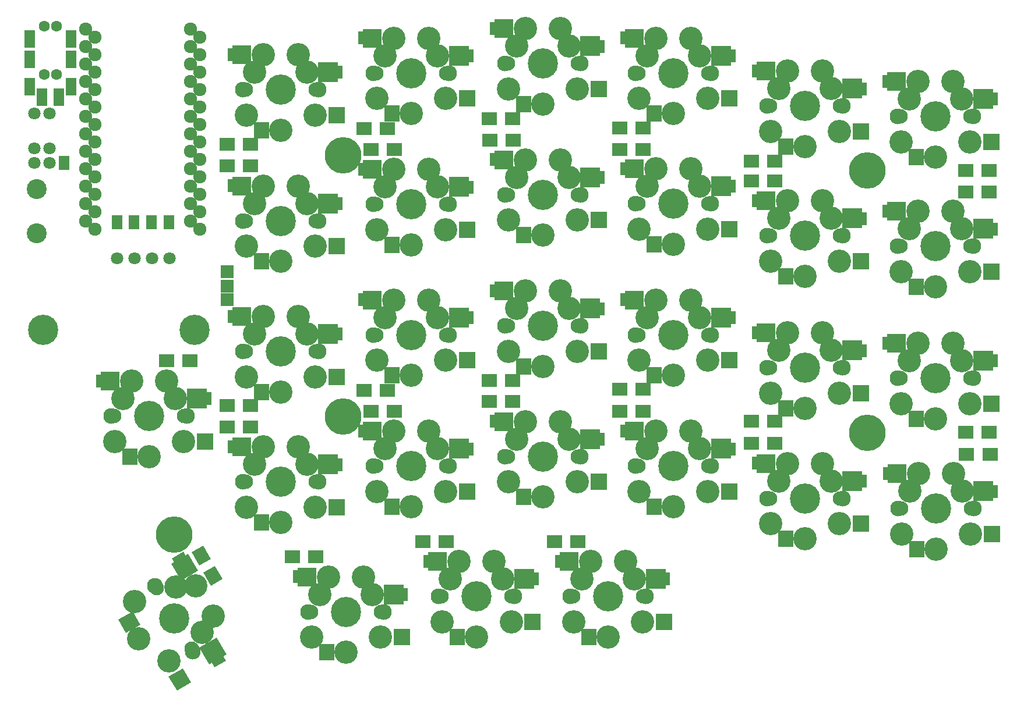
<source format=gts>
G04 #@! TF.GenerationSoftware,KiCad,Pcbnew,5.1.5-52549c5~84~ubuntu18.04.1*
G04 #@! TF.CreationDate,2019-12-02T09:16:55+01:00*
G04 #@! TF.ProjectId,Lily58_Pro,4c696c79-3538-45f5-9072-6f2e6b696361,rev?*
G04 #@! TF.SameCoordinates,Original*
G04 #@! TF.FileFunction,Soldermask,Top*
G04 #@! TF.FilePolarity,Negative*
%FSLAX46Y46*%
G04 Gerber Fmt 4.6, Leading zero omitted, Abs format (unit mm)*
G04 Created by KiCad (PCBNEW 5.1.5-52549c5~84~ubuntu18.04.1) date 2019-12-02 09:16:55*
%MOMM*%
%LPD*%
G04 APERTURE LIST*
%ADD10C,1.600000*%
%ADD11R,1.600000X2.500000*%
%ADD12R,1.924000X1.924000*%
%ADD13C,0.100000*%
%ADD14C,3.400000*%
%ADD15C,0.500000*%
%ADD16C,4.400000*%
%ADD17C,2.300000*%
%ADD18C,2.100000*%
%ADD19R,1.100000X1.900000*%
%ADD20R,2.800000X2.800000*%
%ADD21R,2.900000X2.900000*%
%ADD22R,2.200000X2.400000*%
%ADD23R,2.400000X2.400000*%
%ADD24C,1.924000*%
%ADD25C,5.300000*%
%ADD26C,1.797000*%
%ADD27R,1.543000X1.035000*%
%ADD28C,2.900000*%
%ADD29R,0.781000X0.781000*%
%ADD30R,2.200000X1.900000*%
G04 APERTURE END LIST*
D10*
X86150000Y-47800000D03*
X86150000Y-40800000D03*
D11*
X84050000Y-49600000D03*
X88250000Y-51100000D03*
X84050000Y-42600000D03*
X84050000Y-45600000D03*
D10*
X87900000Y-40800000D03*
X87900000Y-47800000D03*
D11*
X90000000Y-42600000D03*
X90000000Y-45600000D03*
X90000000Y-49600000D03*
X85800000Y-51100000D03*
D12*
X112700000Y-76500000D03*
X112700000Y-78600000D03*
X112700000Y-80600000D03*
D13*
G36*
X104719006Y-118213303D02*
G01*
X106364454Y-117263303D01*
X106914454Y-118215931D01*
X105269006Y-119165931D01*
X104719006Y-118213303D01*
G37*
G36*
X110317340Y-133109902D02*
G01*
X111962788Y-132159902D01*
X112512788Y-133112530D01*
X110867340Y-134062530D01*
X110317340Y-133109902D01*
G37*
D14*
X109104705Y-129029557D03*
D13*
G36*
X108461845Y-120036091D02*
G01*
X106036973Y-121436091D01*
X104636973Y-119011219D01*
X107061845Y-117611219D01*
X108461845Y-120036091D01*
G37*
D14*
X109104705Y-129029557D03*
X108129409Y-122260295D03*
D13*
G36*
X112630442Y-132236312D02*
G01*
X110118968Y-133686312D01*
X108668968Y-131174838D01*
X111180442Y-129724838D01*
X112630442Y-132236312D01*
G37*
D15*
X109146846Y-129022547D03*
D14*
X104295706Y-133180127D03*
D13*
G36*
X100079680Y-127877757D02*
G01*
X98001220Y-129077757D01*
X96901220Y-127172501D01*
X98979680Y-125972501D01*
X100079680Y-127877757D01*
G37*
G36*
X107484936Y-136304036D02*
G01*
X105406476Y-137504036D01*
X104206476Y-135425576D01*
X106284936Y-134225576D01*
X107484936Y-136304036D01*
G37*
D14*
X99295706Y-124519873D03*
X99890450Y-129950000D03*
D15*
X105321846Y-122397453D03*
D14*
X110669409Y-126659705D03*
D16*
X105000000Y-127000000D03*
D17*
X102250000Y-122236860D03*
X107750000Y-131763140D03*
D18*
X107540000Y-131399409D03*
X102460000Y-122600591D03*
D14*
X105294705Y-122430443D03*
D19*
X160900000Y-118650000D03*
X176600000Y-121250000D03*
D14*
X171910000Y-121210000D03*
D20*
X162400000Y-118670000D03*
D14*
X171910000Y-121210000D03*
X165560000Y-118670000D03*
D21*
X175000000Y-121209999D03*
D15*
X171925000Y-121170000D03*
D14*
X173100000Y-127450000D03*
D22*
X165300000Y-129650000D03*
D23*
X176200000Y-127450000D03*
D14*
X163100000Y-127450000D03*
X168100000Y-129650000D03*
D15*
X164275000Y-121170000D03*
D14*
X170640000Y-118670000D03*
D16*
X168100000Y-123750000D03*
D17*
X162600000Y-123750000D03*
X173600000Y-123750000D03*
D18*
X173180000Y-123750000D03*
X163020000Y-123750000D03*
D14*
X164290000Y-121209999D03*
D19*
X141800000Y-118650000D03*
X157500000Y-121250000D03*
D14*
X152810000Y-121210000D03*
D20*
X143300000Y-118670000D03*
D14*
X152810000Y-121210000D03*
X146460000Y-118670000D03*
D21*
X155900000Y-121209999D03*
D15*
X152825000Y-121170000D03*
D14*
X154000000Y-127450000D03*
D22*
X146200000Y-129650000D03*
D23*
X157100000Y-127450000D03*
D14*
X144000000Y-127450000D03*
X149000000Y-129650000D03*
D15*
X145175000Y-121170000D03*
D14*
X151540000Y-118670000D03*
D16*
X149000000Y-123750000D03*
D17*
X143500000Y-123750000D03*
X154500000Y-123750000D03*
D18*
X154080000Y-123750000D03*
X143920000Y-123750000D03*
D14*
X145190000Y-121209999D03*
D19*
X122800000Y-120900000D03*
X138500000Y-123500000D03*
D14*
X133810000Y-123460000D03*
D20*
X124300000Y-120920000D03*
D14*
X133810000Y-123460000D03*
X127460000Y-120920000D03*
D21*
X136900000Y-123459999D03*
D15*
X133825000Y-123420000D03*
D14*
X135000000Y-129700000D03*
D22*
X127200000Y-131900000D03*
D23*
X138100000Y-129700000D03*
D14*
X125000000Y-129700000D03*
X130000000Y-131900000D03*
D15*
X126175000Y-123420000D03*
D14*
X132540000Y-120920000D03*
D16*
X130000000Y-126000000D03*
D17*
X124500000Y-126000000D03*
X135500000Y-126000000D03*
D18*
X135080000Y-126000000D03*
X124920000Y-126000000D03*
D14*
X126190000Y-123459999D03*
D19*
X94200000Y-92400000D03*
X109900000Y-95000000D03*
D14*
X105210000Y-94960000D03*
D20*
X95700000Y-92420000D03*
D14*
X105210000Y-94960000D03*
X98860000Y-92420000D03*
D21*
X108300000Y-94959999D03*
D15*
X105225000Y-94920000D03*
D14*
X106400000Y-101200000D03*
D22*
X98600000Y-103400000D03*
D23*
X109500000Y-101200000D03*
D14*
X96400000Y-101200000D03*
X101400000Y-103400000D03*
D15*
X97575000Y-94920000D03*
D14*
X103940000Y-92420000D03*
D16*
X101400000Y-97500000D03*
D17*
X95900000Y-97500000D03*
X106900000Y-97500000D03*
D18*
X106480000Y-97500000D03*
X96320000Y-97500000D03*
D14*
X97590000Y-94959999D03*
D19*
X208550000Y-105900000D03*
X224250000Y-108500000D03*
D14*
X219560000Y-108460000D03*
D20*
X210050000Y-105920000D03*
D14*
X219560000Y-108460000D03*
X213210000Y-105920000D03*
D21*
X222650000Y-108459999D03*
D15*
X219575000Y-108420000D03*
D14*
X220750000Y-114700000D03*
D22*
X212950000Y-116900000D03*
D23*
X223850000Y-114700000D03*
D14*
X210750000Y-114700000D03*
X215750000Y-116900000D03*
D15*
X211925000Y-108420000D03*
D14*
X218290000Y-105920000D03*
D16*
X215750000Y-111000000D03*
D17*
X210250000Y-111000000D03*
X221250000Y-111000000D03*
D18*
X220830000Y-111000000D03*
X210670000Y-111000000D03*
D14*
X211940000Y-108459999D03*
D19*
X189500000Y-104400000D03*
X205200000Y-107000000D03*
D14*
X200510000Y-106960000D03*
D20*
X191000000Y-104420000D03*
D14*
X200510000Y-106960000D03*
X194160000Y-104420000D03*
D21*
X203600000Y-106959999D03*
D15*
X200525000Y-106920000D03*
D14*
X201700000Y-113200000D03*
D22*
X193900000Y-115400000D03*
D23*
X204800000Y-113200000D03*
D14*
X191700000Y-113200000D03*
X196700000Y-115400000D03*
D15*
X192875000Y-106920000D03*
D14*
X199240000Y-104420000D03*
D16*
X196700000Y-109500000D03*
D17*
X191200000Y-109500000D03*
X202200000Y-109500000D03*
D18*
X201780000Y-109500000D03*
X191620000Y-109500000D03*
D14*
X192890000Y-106959999D03*
D19*
X170400000Y-99700000D03*
X186100000Y-102300000D03*
D14*
X181410000Y-102260000D03*
D20*
X171900000Y-99720000D03*
D14*
X181410000Y-102260000D03*
X175060000Y-99720000D03*
D21*
X184500000Y-102259999D03*
D15*
X181425000Y-102220000D03*
D14*
X182600000Y-108500000D03*
D22*
X174800000Y-110700000D03*
D23*
X185700000Y-108500000D03*
D14*
X172600000Y-108500000D03*
X177600000Y-110700000D03*
D15*
X173775000Y-102220000D03*
D14*
X180140000Y-99720000D03*
D16*
X177600000Y-104800000D03*
D17*
X172100000Y-104800000D03*
X183100000Y-104800000D03*
D18*
X182680000Y-104800000D03*
X172520000Y-104800000D03*
D14*
X173790000Y-102259999D03*
D19*
X151400000Y-98300000D03*
X167100000Y-100900000D03*
D14*
X162410000Y-100860000D03*
D20*
X152900000Y-98320000D03*
D14*
X162410000Y-100860000D03*
X156060000Y-98320000D03*
D21*
X165500000Y-100859999D03*
D15*
X162425000Y-100820000D03*
D14*
X163600000Y-107100000D03*
D22*
X155800000Y-109300000D03*
D23*
X166700000Y-107100000D03*
D14*
X153600000Y-107100000D03*
X158600000Y-109300000D03*
D15*
X154775000Y-100820000D03*
D14*
X161140000Y-98320000D03*
D16*
X158600000Y-103400000D03*
D17*
X153100000Y-103400000D03*
X164100000Y-103400000D03*
D18*
X163680000Y-103400000D03*
X153520000Y-103400000D03*
D14*
X154790000Y-100859999D03*
D19*
X132300000Y-99700000D03*
X148000000Y-102300000D03*
D14*
X143310000Y-102260000D03*
D20*
X133800000Y-99720000D03*
D14*
X143310000Y-102260000D03*
X136960000Y-99720000D03*
D21*
X146400000Y-102259999D03*
D15*
X143325000Y-102220000D03*
D14*
X144500000Y-108500000D03*
D22*
X136700000Y-110700000D03*
D23*
X147600000Y-108500000D03*
D14*
X134500000Y-108500000D03*
X139500000Y-110700000D03*
D15*
X135675000Y-102220000D03*
D14*
X142040000Y-99720000D03*
D16*
X139500000Y-104800000D03*
D17*
X134000000Y-104800000D03*
X145000000Y-104800000D03*
D18*
X144580000Y-104800000D03*
X134420000Y-104800000D03*
D14*
X135690000Y-102259999D03*
D19*
X113300000Y-102000000D03*
X129000000Y-104600000D03*
D14*
X124310000Y-104560000D03*
D20*
X114800000Y-102020000D03*
D14*
X124310000Y-104560000D03*
X117960000Y-102020000D03*
D21*
X127400000Y-104559999D03*
D15*
X124325000Y-104520000D03*
D14*
X125500000Y-110800000D03*
D22*
X117700000Y-113000000D03*
D23*
X128600000Y-110800000D03*
D14*
X115500000Y-110800000D03*
X120500000Y-113000000D03*
D15*
X116675000Y-104520000D03*
D14*
X123040000Y-102020000D03*
D16*
X120500000Y-107100000D03*
D17*
X115000000Y-107100000D03*
X126000000Y-107100000D03*
D18*
X125580000Y-107100000D03*
X115420000Y-107100000D03*
D14*
X116690000Y-104559999D03*
D19*
X208500000Y-86900000D03*
X224200000Y-89500000D03*
D14*
X219510000Y-89460000D03*
D20*
X210000000Y-86920000D03*
D14*
X219510000Y-89460000D03*
X213160000Y-86920000D03*
D21*
X222600000Y-89459999D03*
D15*
X219525000Y-89420000D03*
D14*
X220700000Y-95700000D03*
D22*
X212900000Y-97900000D03*
D23*
X223800000Y-95700000D03*
D14*
X210700000Y-95700000D03*
X215700000Y-97900000D03*
D15*
X211875000Y-89420000D03*
D14*
X218240000Y-86920000D03*
D16*
X215700000Y-92000000D03*
D17*
X210200000Y-92000000D03*
X221200000Y-92000000D03*
D18*
X220780000Y-92000000D03*
X210620000Y-92000000D03*
D14*
X211890000Y-89459999D03*
D19*
X189500000Y-85400000D03*
X205200000Y-88000000D03*
D14*
X200510000Y-87960000D03*
D20*
X191000000Y-85420000D03*
D14*
X200510000Y-87960000D03*
X194160000Y-85420000D03*
D21*
X203600000Y-87959999D03*
D15*
X200525000Y-87920000D03*
D14*
X201700000Y-94200000D03*
D22*
X193900000Y-96400000D03*
D23*
X204800000Y-94200000D03*
D14*
X191700000Y-94200000D03*
X196700000Y-96400000D03*
D15*
X192875000Y-87920000D03*
D14*
X199240000Y-85420000D03*
D16*
X196700000Y-90500000D03*
D17*
X191200000Y-90500000D03*
X202200000Y-90500000D03*
D18*
X201780000Y-90500000D03*
X191620000Y-90500000D03*
D14*
X192890000Y-87959999D03*
D19*
X170400000Y-80600000D03*
X186100000Y-83200000D03*
D14*
X181410000Y-83160000D03*
D20*
X171900000Y-80620000D03*
D14*
X181410000Y-83160000D03*
X175060000Y-80620000D03*
D21*
X184500000Y-83159999D03*
D15*
X181425000Y-83120000D03*
D14*
X182600000Y-89400000D03*
D22*
X174800000Y-91600000D03*
D23*
X185700000Y-89400000D03*
D14*
X172600000Y-89400000D03*
X177600000Y-91600000D03*
D15*
X173775000Y-83120000D03*
D14*
X180140000Y-80620000D03*
D16*
X177600000Y-85700000D03*
D17*
X172100000Y-85700000D03*
X183100000Y-85700000D03*
D18*
X182680000Y-85700000D03*
X172520000Y-85700000D03*
D14*
X173790000Y-83159999D03*
D19*
X151400000Y-79300000D03*
X167100000Y-81900000D03*
D14*
X162410000Y-81860000D03*
D20*
X152900000Y-79320000D03*
D14*
X162410000Y-81860000D03*
X156060000Y-79320000D03*
D21*
X165500000Y-81859999D03*
D15*
X162425000Y-81820000D03*
D14*
X163600000Y-88100000D03*
D22*
X155800000Y-90300000D03*
D23*
X166700000Y-88100000D03*
D14*
X153600000Y-88100000D03*
X158600000Y-90300000D03*
D15*
X154775000Y-81820000D03*
D14*
X161140000Y-79320000D03*
D16*
X158600000Y-84400000D03*
D17*
X153100000Y-84400000D03*
X164100000Y-84400000D03*
D18*
X163680000Y-84400000D03*
X153520000Y-84400000D03*
D14*
X154790000Y-81859999D03*
D19*
X132300000Y-80600000D03*
X148000000Y-83200000D03*
D14*
X143310000Y-83160000D03*
D20*
X133800000Y-80620000D03*
D14*
X143310000Y-83160000D03*
X136960000Y-80620000D03*
D21*
X146400000Y-83159999D03*
D15*
X143325000Y-83120000D03*
D14*
X144500000Y-89400000D03*
D22*
X136700000Y-91600000D03*
D23*
X147600000Y-89400000D03*
D14*
X134500000Y-89400000D03*
X139500000Y-91600000D03*
D15*
X135675000Y-83120000D03*
D14*
X142040000Y-80620000D03*
D16*
X139500000Y-85700000D03*
D17*
X134000000Y-85700000D03*
X145000000Y-85700000D03*
D18*
X144580000Y-85700000D03*
X134420000Y-85700000D03*
D14*
X135690000Y-83159999D03*
D19*
X113300000Y-83000000D03*
X129000000Y-85600000D03*
D14*
X124310000Y-85560000D03*
D20*
X114800000Y-83020000D03*
D14*
X124310000Y-85560000D03*
X117960000Y-83020000D03*
D21*
X127400000Y-85559999D03*
D15*
X124325000Y-85520000D03*
D14*
X125500000Y-91800000D03*
D22*
X117700000Y-94000000D03*
D23*
X128600000Y-91800000D03*
D14*
X115500000Y-91800000D03*
X120500000Y-94000000D03*
D15*
X116675000Y-85520000D03*
D14*
X123040000Y-83020000D03*
D16*
X120500000Y-88100000D03*
D17*
X115000000Y-88100000D03*
X126000000Y-88100000D03*
D18*
X125580000Y-88100000D03*
X115420000Y-88100000D03*
D14*
X116690000Y-85559999D03*
D19*
X208500000Y-67700000D03*
X224200000Y-70300000D03*
D14*
X219510000Y-70260000D03*
D20*
X210000000Y-67720000D03*
D14*
X219510000Y-70260000D03*
X213160000Y-67720000D03*
D21*
X222600000Y-70259999D03*
D15*
X219525000Y-70220000D03*
D14*
X220700000Y-76500000D03*
D22*
X212900000Y-78700000D03*
D23*
X223800000Y-76500000D03*
D14*
X210700000Y-76500000D03*
X215700000Y-78700000D03*
D15*
X211875000Y-70220000D03*
D14*
X218240000Y-67720000D03*
D16*
X215700000Y-72800000D03*
D17*
X210200000Y-72800000D03*
X221200000Y-72800000D03*
D18*
X220780000Y-72800000D03*
X210620000Y-72800000D03*
D14*
X211890000Y-70259999D03*
D19*
X189500000Y-66200000D03*
X205200000Y-68800000D03*
D14*
X200510000Y-68760000D03*
D20*
X191000000Y-66220000D03*
D14*
X200510000Y-68760000D03*
X194160000Y-66220000D03*
D21*
X203600000Y-68759999D03*
D15*
X200525000Y-68720000D03*
D14*
X201700000Y-75000000D03*
D22*
X193900000Y-77200000D03*
D23*
X204800000Y-75000000D03*
D14*
X191700000Y-75000000D03*
X196700000Y-77200000D03*
D15*
X192875000Y-68720000D03*
D14*
X199240000Y-66220000D03*
D16*
X196700000Y-71300000D03*
D17*
X191200000Y-71300000D03*
X202200000Y-71300000D03*
D18*
X201780000Y-71300000D03*
X191620000Y-71300000D03*
D14*
X192890000Y-68759999D03*
D19*
X170400000Y-61500000D03*
X186100000Y-64100000D03*
D14*
X181410000Y-64060000D03*
D20*
X171900000Y-61520000D03*
D14*
X181410000Y-64060000D03*
X175060000Y-61520000D03*
D21*
X184500000Y-64059999D03*
D15*
X181425000Y-64020000D03*
D14*
X182600000Y-70300000D03*
D22*
X174800000Y-72500000D03*
D23*
X185700000Y-70300000D03*
D14*
X172600000Y-70300000D03*
X177600000Y-72500000D03*
D15*
X173775000Y-64020000D03*
D14*
X180140000Y-61520000D03*
D16*
X177600000Y-66600000D03*
D17*
X172100000Y-66600000D03*
X183100000Y-66600000D03*
D18*
X182680000Y-66600000D03*
X172520000Y-66600000D03*
D14*
X173790000Y-64059999D03*
D19*
X151400000Y-60200000D03*
X167100000Y-62800000D03*
D14*
X162410000Y-62760000D03*
D20*
X152900000Y-60220000D03*
D14*
X162410000Y-62760000D03*
X156060000Y-60220000D03*
D21*
X165500000Y-62759999D03*
D15*
X162425000Y-62720000D03*
D14*
X163600000Y-69000000D03*
D22*
X155800000Y-71200000D03*
D23*
X166700000Y-69000000D03*
D14*
X153600000Y-69000000D03*
X158600000Y-71200000D03*
D15*
X154775000Y-62720000D03*
D14*
X161140000Y-60220000D03*
D16*
X158600000Y-65300000D03*
D17*
X153100000Y-65300000D03*
X164100000Y-65300000D03*
D18*
X163680000Y-65300000D03*
X153520000Y-65300000D03*
D14*
X154790000Y-62759999D03*
D19*
X132300000Y-61600000D03*
X148000000Y-64200000D03*
D14*
X143310000Y-64160000D03*
D20*
X133800000Y-61620000D03*
D14*
X143310000Y-64160000D03*
X136960000Y-61620000D03*
D21*
X146400000Y-64159999D03*
D15*
X143325000Y-64120000D03*
D14*
X144500000Y-70400000D03*
D22*
X136700000Y-72600000D03*
D23*
X147600000Y-70400000D03*
D14*
X134500000Y-70400000D03*
X139500000Y-72600000D03*
D15*
X135675000Y-64120000D03*
D14*
X142040000Y-61620000D03*
D16*
X139500000Y-66700000D03*
D17*
X134000000Y-66700000D03*
X145000000Y-66700000D03*
D18*
X144580000Y-66700000D03*
X134420000Y-66700000D03*
D14*
X135690000Y-64159999D03*
D19*
X113300000Y-64000000D03*
X129000000Y-66600000D03*
D14*
X124310000Y-66560000D03*
D20*
X114800000Y-64020000D03*
D14*
X124310000Y-66560000D03*
X117960000Y-64020000D03*
D21*
X127400000Y-66559999D03*
D15*
X124325000Y-66520000D03*
D14*
X125500000Y-72800000D03*
D22*
X117700000Y-75000000D03*
D23*
X128600000Y-72800000D03*
D14*
X115500000Y-72800000D03*
X120500000Y-75000000D03*
D15*
X116675000Y-66520000D03*
D14*
X123040000Y-64020000D03*
D16*
X120500000Y-69100000D03*
D17*
X115000000Y-69100000D03*
X126000000Y-69100000D03*
D18*
X125580000Y-69100000D03*
X115420000Y-69100000D03*
D14*
X116690000Y-66559999D03*
D19*
X208500000Y-48800000D03*
X224200000Y-51400000D03*
D14*
X219510000Y-51360000D03*
D20*
X210000000Y-48820000D03*
D14*
X219510000Y-51360000D03*
X213160000Y-48820000D03*
D21*
X222600000Y-51359999D03*
D15*
X219525000Y-51320000D03*
D14*
X220700000Y-57600000D03*
D22*
X212900000Y-59800000D03*
D23*
X223800000Y-57600000D03*
D14*
X210700000Y-57600000D03*
X215700000Y-59800000D03*
D15*
X211875000Y-51320000D03*
D14*
X218240000Y-48820000D03*
D16*
X215700000Y-53900000D03*
D17*
X210200000Y-53900000D03*
X221200000Y-53900000D03*
D18*
X220780000Y-53900000D03*
X210620000Y-53900000D03*
D14*
X211890000Y-51359999D03*
D19*
X189500000Y-47300000D03*
X205200000Y-49900000D03*
D14*
X200510000Y-49860000D03*
D20*
X191000000Y-47320000D03*
D14*
X200510000Y-49860000D03*
X194160000Y-47320000D03*
D21*
X203600000Y-49859999D03*
D15*
X200525000Y-49820000D03*
D14*
X201700000Y-56100000D03*
D22*
X193900000Y-58300000D03*
D23*
X204800000Y-56100000D03*
D14*
X191700000Y-56100000D03*
X196700000Y-58300000D03*
D15*
X192875000Y-49820000D03*
D14*
X199240000Y-47320000D03*
D16*
X196700000Y-52400000D03*
D17*
X191200000Y-52400000D03*
X202200000Y-52400000D03*
D18*
X201780000Y-52400000D03*
X191620000Y-52400000D03*
D14*
X192890000Y-49859999D03*
D19*
X170400000Y-42500000D03*
X186100000Y-45100000D03*
D14*
X181410000Y-45060000D03*
D20*
X171900000Y-42520000D03*
D14*
X181410000Y-45060000D03*
X175060000Y-42520000D03*
D21*
X184500000Y-45059999D03*
D15*
X181425000Y-45020000D03*
D14*
X182600000Y-51300000D03*
D22*
X174800000Y-53500000D03*
D23*
X185700000Y-51300000D03*
D14*
X172600000Y-51300000D03*
X177600000Y-53500000D03*
D15*
X173775000Y-45020000D03*
D14*
X180140000Y-42520000D03*
D16*
X177600000Y-47600000D03*
D17*
X172100000Y-47600000D03*
X183100000Y-47600000D03*
D18*
X182680000Y-47600000D03*
X172520000Y-47600000D03*
D14*
X173790000Y-45059999D03*
D19*
X151400000Y-41110000D03*
X167100000Y-43710000D03*
D14*
X162410000Y-43670000D03*
D20*
X152900000Y-41130000D03*
D14*
X162410000Y-43670000D03*
X156060000Y-41130000D03*
D21*
X165500000Y-43669999D03*
D15*
X162425000Y-43630000D03*
D14*
X163600000Y-49910000D03*
D22*
X155800000Y-52110000D03*
D23*
X166700000Y-49910000D03*
D14*
X153600000Y-49910000D03*
X158600000Y-52110000D03*
D15*
X154775000Y-43630000D03*
D14*
X161140000Y-41130000D03*
D16*
X158600000Y-46210000D03*
D17*
X153100000Y-46210000D03*
X164100000Y-46210000D03*
D18*
X163680000Y-46210000D03*
X153520000Y-46210000D03*
D14*
X154790000Y-43669999D03*
D19*
X132300000Y-42500000D03*
X148000000Y-45100000D03*
D14*
X143310000Y-45060000D03*
D20*
X133800000Y-42520000D03*
D14*
X143310000Y-45060000D03*
X136960000Y-42520000D03*
D21*
X146400000Y-45059999D03*
D15*
X143325000Y-45020000D03*
D14*
X144500000Y-51300000D03*
D22*
X136700000Y-53500000D03*
D23*
X147600000Y-51300000D03*
D14*
X134500000Y-51300000D03*
X139500000Y-53500000D03*
D15*
X135675000Y-45020000D03*
D14*
X142040000Y-42520000D03*
D16*
X139500000Y-47600000D03*
D17*
X134000000Y-47600000D03*
X145000000Y-47600000D03*
D18*
X144580000Y-47600000D03*
X134420000Y-47600000D03*
D14*
X135690000Y-45059999D03*
D19*
X113300000Y-44900000D03*
X129000000Y-47500000D03*
D14*
X124310000Y-47460000D03*
D20*
X114800000Y-44920000D03*
D14*
X124310000Y-47460000D03*
X117960000Y-44920000D03*
D21*
X127400000Y-47459999D03*
D15*
X124325000Y-47420000D03*
D14*
X125500000Y-53700000D03*
D22*
X117700000Y-55900000D03*
D23*
X128600000Y-53700000D03*
D14*
X115500000Y-53700000D03*
X120500000Y-55900000D03*
D15*
X116675000Y-47420000D03*
D14*
X123040000Y-44920000D03*
D16*
X120500000Y-50000000D03*
D17*
X115000000Y-50000000D03*
X126000000Y-50000000D03*
D18*
X125580000Y-50000000D03*
X115420000Y-50000000D03*
D14*
X116690000Y-47459999D03*
D24*
X107420000Y-41230000D03*
X107420000Y-43770000D03*
X107420000Y-46310000D03*
X107420000Y-48850000D03*
X107420000Y-51390000D03*
X107420000Y-53930000D03*
X107420000Y-56470000D03*
X107420000Y-59010000D03*
X107420000Y-61550000D03*
X107420000Y-64090000D03*
X107420000Y-66630000D03*
X107420000Y-69170000D03*
X92180000Y-69170000D03*
X92180000Y-66630000D03*
X92180000Y-64090000D03*
X92180000Y-61550000D03*
X92180000Y-59010000D03*
X92180000Y-56470000D03*
X92180000Y-53930000D03*
X92180000Y-51390000D03*
X92180000Y-48850000D03*
X92180000Y-46310000D03*
X92180000Y-43770000D03*
X92180000Y-41230000D03*
X108718815Y-52585745D03*
X108718815Y-57665745D03*
X93478815Y-42425745D03*
X108718815Y-44965745D03*
X108718815Y-67825745D03*
X93478815Y-70365745D03*
X108718815Y-60205745D03*
X108718815Y-62745745D03*
X93478815Y-60205745D03*
X93478815Y-65285745D03*
X93478815Y-52585745D03*
X93478815Y-50045745D03*
X93478815Y-44965745D03*
X93478815Y-55125745D03*
X108718815Y-70365745D03*
X93478815Y-62745745D03*
X108718815Y-42425745D03*
X108718815Y-47505745D03*
X93478815Y-67825745D03*
X108718815Y-50045745D03*
X108718815Y-55125745D03*
X93478815Y-57665745D03*
X108718815Y-65285745D03*
X93478815Y-47505745D03*
D25*
X129600000Y-59600000D03*
X205800000Y-61800000D03*
X129600000Y-97600000D03*
X205800000Y-100000000D03*
X105000000Y-114800000D03*
D26*
X84700000Y-60700000D03*
X86900000Y-60700000D03*
X86938035Y-58579272D03*
X86938035Y-53499272D03*
X84688035Y-53499272D03*
X84688035Y-58579272D03*
D27*
X104300000Y-68799620D03*
X104300000Y-69800380D03*
X101700000Y-69800380D03*
X101700000Y-68799620D03*
X99200000Y-68799620D03*
X99200000Y-69800380D03*
X96700000Y-69800380D03*
X96700000Y-68799620D03*
D28*
X85000000Y-70950000D03*
X85000000Y-64450000D03*
D29*
X89000000Y-60700000D03*
D27*
X89000000Y-60199620D03*
X89000000Y-61200380D03*
D30*
X112700000Y-58000000D03*
X116100000Y-58000000D03*
X132600000Y-55700000D03*
X136000000Y-55700000D03*
X150800000Y-54200000D03*
X154200000Y-54200000D03*
X169800000Y-55600000D03*
X173200000Y-55600000D03*
X192300000Y-60400000D03*
X188900000Y-60400000D03*
X220100000Y-61800000D03*
X223500000Y-61800000D03*
X116100000Y-61100000D03*
X112700000Y-61100000D03*
X137000000Y-58700000D03*
X133600000Y-58700000D03*
X154300000Y-57400000D03*
X150900000Y-57400000D03*
X169800000Y-58700000D03*
X173200000Y-58700000D03*
X192300000Y-63300000D03*
X188900000Y-63300000D03*
X223500000Y-64900000D03*
X220100000Y-64900000D03*
X112700000Y-96000000D03*
X116100000Y-96000000D03*
X136000000Y-93800000D03*
X132600000Y-93800000D03*
X154200000Y-92300000D03*
X150800000Y-92300000D03*
X169800000Y-93600000D03*
X173200000Y-93600000D03*
X188900000Y-98300000D03*
X192300000Y-98300000D03*
X223500000Y-99900000D03*
X220100000Y-99900000D03*
X116100000Y-99100000D03*
X112700000Y-99100000D03*
X133600000Y-96800000D03*
X137000000Y-96800000D03*
X154200000Y-95400000D03*
X150800000Y-95400000D03*
X169800000Y-96800000D03*
X173200000Y-96800000D03*
X192300000Y-101500000D03*
X188900000Y-101500000D03*
X220200000Y-103100000D03*
X223600000Y-103100000D03*
X103900000Y-89500000D03*
X107300000Y-89500000D03*
D13*
G36*
X109277276Y-120294615D02*
G01*
X110922724Y-119344615D01*
X112022724Y-121249871D01*
X110377276Y-122199871D01*
X109277276Y-120294615D01*
G37*
G36*
X107577276Y-117350129D02*
G01*
X109222724Y-116400129D01*
X110322724Y-118305385D01*
X108677276Y-119255385D01*
X107577276Y-117350129D01*
G37*
D30*
X122200000Y-118000000D03*
X125600000Y-118000000D03*
X144600000Y-115800000D03*
X141200000Y-115800000D03*
X160300000Y-115800000D03*
X163700000Y-115800000D03*
D16*
X86000000Y-85000000D03*
X108000000Y-85000000D03*
D26*
X96700000Y-74600000D03*
X99240000Y-74600000D03*
X101780000Y-74600000D03*
X104320000Y-74600000D03*
M02*

</source>
